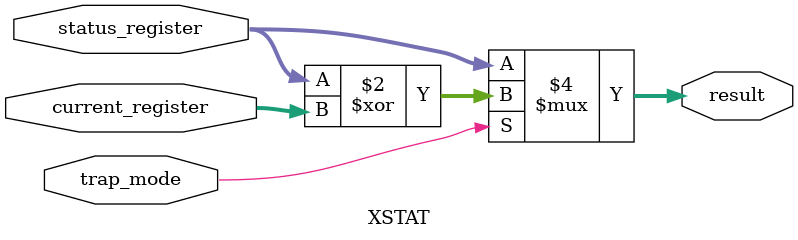
<source format=v>
module XSTAT(
    input wire [19:0] status_register, // Status register input
    input wire trap_mode, // trap mode flag
    input wire [19:0] current_register, // Current register input (to be combined with status register)
    output reg [19:0] result 
);


always @(*) begin
    if (trap_mode) begin
        result = status_register ^ current_register; // if trap mode is set, XOR operation
    end else begin
        result = status_register; // else, leave result the same
    end
end

endmodule

</source>
